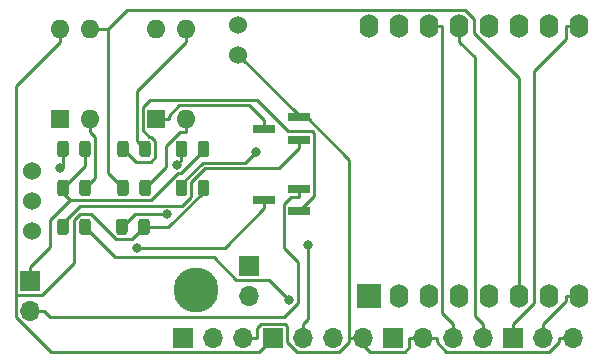
<source format=gbr>
%TF.GenerationSoftware,KiCad,Pcbnew,5.1.6-c6e7f7d~87~ubuntu18.04.1*%
%TF.CreationDate,2020-09-18T00:52:06+02:00*%
%TF.ProjectId,airpcb_smd,61697270-6362-45f7-936d-642e6b696361,rev?*%
%TF.SameCoordinates,Original*%
%TF.FileFunction,Copper,L2,Bot*%
%TF.FilePolarity,Positive*%
%FSLAX46Y46*%
G04 Gerber Fmt 4.6, Leading zero omitted, Abs format (unit mm)*
G04 Created by KiCad (PCBNEW 5.1.6-c6e7f7d~87~ubuntu18.04.1) date 2020-09-18 00:52:06*
%MOMM*%
%LPD*%
G01*
G04 APERTURE LIST*
%TA.AperFunction,ComponentPad*%
%ADD10C,3.800000*%
%TD*%
%TA.AperFunction,ComponentPad*%
%ADD11C,1.524000*%
%TD*%
%TA.AperFunction,ComponentPad*%
%ADD12O,1.600000X2.000000*%
%TD*%
%TA.AperFunction,ComponentPad*%
%ADD13R,2.000000X2.000000*%
%TD*%
%TA.AperFunction,ComponentPad*%
%ADD14R,1.700000X1.700000*%
%TD*%
%TA.AperFunction,ComponentPad*%
%ADD15O,1.700000X1.700000*%
%TD*%
%TA.AperFunction,SMDPad,CuDef*%
%ADD16R,1.900000X0.800000*%
%TD*%
%TA.AperFunction,ComponentPad*%
%ADD17R,1.600000X1.600000*%
%TD*%
%TA.AperFunction,ComponentPad*%
%ADD18O,1.600000X1.600000*%
%TD*%
%TA.AperFunction,ViaPad*%
%ADD19C,0.800000*%
%TD*%
%TA.AperFunction,Conductor*%
%ADD20C,0.250000*%
%TD*%
G04 APERTURE END LIST*
D10*
%TO.P,M1,1*%
%TO.N,N/C*%
X66675000Y-38100000D03*
%TD*%
D11*
%TO.P,J11,5*%
%TO.N,GND*%
X70198000Y-18194000D03*
%TO.P,J11,4*%
%TO.N,5V*%
X70198000Y-15654000D03*
%TO.P,J11,3*%
%TO.N,Net-(J11-Pad3)*%
X52738000Y-28034000D03*
%TO.P,J11,2*%
%TO.N,B*%
X52738000Y-30574000D03*
%TO.P,J11,1*%
%TO.N,Net-(J11-Pad1)*%
X52738000Y-33114000D03*
%TD*%
D12*
%TO.P,U3,16*%
%TO.N,ESP_TX*%
X81280000Y-15748000D03*
%TO.P,U3,15*%
%TO.N,ESP_RX*%
X83820000Y-15748000D03*
%TO.P,U3,14*%
%TO.N,SCL*%
X86360000Y-15748000D03*
%TO.P,U3,13*%
%TO.N,SDA*%
X88900000Y-15748000D03*
%TO.P,U3,12*%
%TO.N,D3*%
X91440000Y-15748000D03*
%TO.P,U3,11*%
%TO.N,D4*%
X93980000Y-15748000D03*
%TO.P,U3,10*%
%TO.N,GND*%
X96520000Y-15748000D03*
%TO.P,U3,9*%
%TO.N,5V*%
X99060000Y-15748000D03*
%TO.P,U3,8*%
%TO.N,3V3*%
X99060000Y-38608000D03*
%TO.P,U3,7*%
%TO.N,D8*%
X96520000Y-38608000D03*
%TO.P,U3,6*%
%TO.N,D7*%
X93980000Y-38608000D03*
%TO.P,U3,5*%
%TO.N,D6*%
X91440000Y-38608000D03*
%TO.P,U3,4*%
%TO.N,D5*%
X88900000Y-38608000D03*
%TO.P,U3,3*%
%TO.N,D0*%
X86360000Y-38608000D03*
D13*
%TO.P,U3,1*%
%TO.N,RST*%
X81280000Y-38608000D03*
D12*
%TO.P,U3,2*%
%TO.N,A0*%
X83820000Y-38608000D03*
%TD*%
D14*
%TO.P,J1,1*%
%TO.N,3V3*%
X83312000Y-42164000D03*
D15*
%TO.P,J1,2*%
%TO.N,GND*%
X85852000Y-42164000D03*
%TO.P,J1,3*%
%TO.N,SCL*%
X88392000Y-42164000D03*
%TO.P,J1,4*%
%TO.N,SDA*%
X90932000Y-42164000D03*
%TD*%
%TO.P,J2,4*%
%TO.N,GND*%
X80772000Y-42164000D03*
%TO.P,J2,3*%
%TO.N,Net-(J2-Pad3)*%
X78232000Y-42164000D03*
%TO.P,J2,2*%
%TO.N,D3*%
X75692000Y-42164000D03*
D14*
%TO.P,J2,1*%
%TO.N,3V3*%
X73152000Y-42164000D03*
%TD*%
%TO.P,J3,1*%
%TO.N,Net-(D5-Pad1)*%
X71120000Y-36068000D03*
D15*
%TO.P,J3,2*%
%TO.N,Net-(J11-Pad3)*%
X71120000Y-38608000D03*
%TD*%
%TO.P,J4,2*%
%TO.N,B*%
X52578000Y-39878000D03*
D14*
%TO.P,J4,1*%
%TO.N,A*%
X52578000Y-37338000D03*
%TD*%
%TO.P,J7,1*%
%TO.N,5V*%
X93472000Y-42164000D03*
D15*
%TO.P,J7,2*%
%TO.N,3V3*%
X96012000Y-42164000D03*
%TO.P,J7,3*%
%TO.N,GND*%
X98552000Y-42164000D03*
%TD*%
%TO.P,J8,3*%
%TO.N,GND*%
X70612000Y-42164000D03*
%TO.P,J8,2*%
%TO.N,D4*%
X68072000Y-42164000D03*
D14*
%TO.P,J8,1*%
%TO.N,5V*%
X65532000Y-42164000D03*
%TD*%
D16*
%TO.P,Q1,3*%
%TO.N,Net-(Q1-Pad3)*%
X72390000Y-24450000D03*
%TO.P,Q1,2*%
%TO.N,Net-(Q1-Pad2)*%
X75390000Y-25400000D03*
%TO.P,Q1,1*%
%TO.N,GND*%
X75390000Y-23500000D03*
%TD*%
%TO.P,Q2,1*%
%TO.N,B*%
X75390000Y-29530000D03*
%TO.P,Q2,2*%
%TO.N,Net-(Q2-Pad2)*%
X75390000Y-31430000D03*
%TO.P,Q2,3*%
%TO.N,Net-(D3-Pad2)*%
X72390000Y-30480000D03*
%TD*%
%TO.P,R1,2*%
%TO.N,D8*%
%TA.AperFunction,SMDPad,CuDef*%
G36*
G01*
X56759500Y-33222250D02*
X56759500Y-32309750D01*
G75*
G02*
X57003250Y-32066000I243750J0D01*
G01*
X57490750Y-32066000D01*
G75*
G02*
X57734500Y-32309750I0J-243750D01*
G01*
X57734500Y-33222250D01*
G75*
G02*
X57490750Y-33466000I-243750J0D01*
G01*
X57003250Y-33466000D01*
G75*
G02*
X56759500Y-33222250I0J243750D01*
G01*
G37*
%TD.AperFunction*%
%TO.P,R1,1*%
%TO.N,Net-(Q1-Pad2)*%
%TA.AperFunction,SMDPad,CuDef*%
G36*
G01*
X54884500Y-33222250D02*
X54884500Y-32309750D01*
G75*
G02*
X55128250Y-32066000I243750J0D01*
G01*
X55615750Y-32066000D01*
G75*
G02*
X55859500Y-32309750I0J-243750D01*
G01*
X55859500Y-33222250D01*
G75*
G02*
X55615750Y-33466000I-243750J0D01*
G01*
X55128250Y-33466000D01*
G75*
G02*
X54884500Y-33222250I0J243750D01*
G01*
G37*
%TD.AperFunction*%
%TD*%
%TO.P,R2,1*%
%TO.N,A*%
%TA.AperFunction,SMDPad,CuDef*%
G36*
G01*
X54884500Y-29920250D02*
X54884500Y-29007750D01*
G75*
G02*
X55128250Y-28764000I243750J0D01*
G01*
X55615750Y-28764000D01*
G75*
G02*
X55859500Y-29007750I0J-243750D01*
G01*
X55859500Y-29920250D01*
G75*
G02*
X55615750Y-30164000I-243750J0D01*
G01*
X55128250Y-30164000D01*
G75*
G02*
X54884500Y-29920250I0J243750D01*
G01*
G37*
%TD.AperFunction*%
%TO.P,R2,2*%
%TO.N,Net-(D1-Pad1)*%
%TA.AperFunction,SMDPad,CuDef*%
G36*
G01*
X56759500Y-29920250D02*
X56759500Y-29007750D01*
G75*
G02*
X57003250Y-28764000I243750J0D01*
G01*
X57490750Y-28764000D01*
G75*
G02*
X57734500Y-29007750I0J-243750D01*
G01*
X57734500Y-29920250D01*
G75*
G02*
X57490750Y-30164000I-243750J0D01*
G01*
X57003250Y-30164000D01*
G75*
G02*
X56759500Y-29920250I0J243750D01*
G01*
G37*
%TD.AperFunction*%
%TD*%
%TO.P,R3,1*%
%TO.N,Net-(D2-Pad2)*%
%TA.AperFunction,SMDPad,CuDef*%
G36*
G01*
X54884500Y-26618250D02*
X54884500Y-25705750D01*
G75*
G02*
X55128250Y-25462000I243750J0D01*
G01*
X55615750Y-25462000D01*
G75*
G02*
X55859500Y-25705750I0J-243750D01*
G01*
X55859500Y-26618250D01*
G75*
G02*
X55615750Y-26862000I-243750J0D01*
G01*
X55128250Y-26862000D01*
G75*
G02*
X54884500Y-26618250I0J243750D01*
G01*
G37*
%TD.AperFunction*%
%TO.P,R3,2*%
%TO.N,A*%
%TA.AperFunction,SMDPad,CuDef*%
G36*
G01*
X56759500Y-26618250D02*
X56759500Y-25705750D01*
G75*
G02*
X57003250Y-25462000I243750J0D01*
G01*
X57490750Y-25462000D01*
G75*
G02*
X57734500Y-25705750I0J-243750D01*
G01*
X57734500Y-26618250D01*
G75*
G02*
X57490750Y-26862000I-243750J0D01*
G01*
X57003250Y-26862000D01*
G75*
G02*
X56759500Y-26618250I0J243750D01*
G01*
G37*
%TD.AperFunction*%
%TD*%
%TO.P,R4,2*%
%TO.N,3V3*%
%TA.AperFunction,SMDPad,CuDef*%
G36*
G01*
X61742500Y-33222250D02*
X61742500Y-32309750D01*
G75*
G02*
X61986250Y-32066000I243750J0D01*
G01*
X62473750Y-32066000D01*
G75*
G02*
X62717500Y-32309750I0J-243750D01*
G01*
X62717500Y-33222250D01*
G75*
G02*
X62473750Y-33466000I-243750J0D01*
G01*
X61986250Y-33466000D01*
G75*
G02*
X61742500Y-33222250I0J243750D01*
G01*
G37*
%TD.AperFunction*%
%TO.P,R4,1*%
%TO.N,Net-(Q1-Pad3)*%
%TA.AperFunction,SMDPad,CuDef*%
G36*
G01*
X59867500Y-33222250D02*
X59867500Y-32309750D01*
G75*
G02*
X60111250Y-32066000I243750J0D01*
G01*
X60598750Y-32066000D01*
G75*
G02*
X60842500Y-32309750I0J-243750D01*
G01*
X60842500Y-33222250D01*
G75*
G02*
X60598750Y-33466000I-243750J0D01*
G01*
X60111250Y-33466000D01*
G75*
G02*
X59867500Y-33222250I0J243750D01*
G01*
G37*
%TD.AperFunction*%
%TD*%
%TO.P,R5,2*%
%TO.N,GND*%
%TA.AperFunction,SMDPad,CuDef*%
G36*
G01*
X61839500Y-29920250D02*
X61839500Y-29007750D01*
G75*
G02*
X62083250Y-28764000I243750J0D01*
G01*
X62570750Y-28764000D01*
G75*
G02*
X62814500Y-29007750I0J-243750D01*
G01*
X62814500Y-29920250D01*
G75*
G02*
X62570750Y-30164000I-243750J0D01*
G01*
X62083250Y-30164000D01*
G75*
G02*
X61839500Y-29920250I0J243750D01*
G01*
G37*
%TD.AperFunction*%
%TO.P,R5,1*%
%TO.N,D7*%
%TA.AperFunction,SMDPad,CuDef*%
G36*
G01*
X59964500Y-29920250D02*
X59964500Y-29007750D01*
G75*
G02*
X60208250Y-28764000I243750J0D01*
G01*
X60695750Y-28764000D01*
G75*
G02*
X60939500Y-29007750I0J-243750D01*
G01*
X60939500Y-29920250D01*
G75*
G02*
X60695750Y-30164000I-243750J0D01*
G01*
X60208250Y-30164000D01*
G75*
G02*
X59964500Y-29920250I0J243750D01*
G01*
G37*
%TD.AperFunction*%
%TD*%
%TO.P,R6,1*%
%TO.N,Net-(Q2-Pad2)*%
%TA.AperFunction,SMDPad,CuDef*%
G36*
G01*
X59964500Y-26618250D02*
X59964500Y-25705750D01*
G75*
G02*
X60208250Y-25462000I243750J0D01*
G01*
X60695750Y-25462000D01*
G75*
G02*
X60939500Y-25705750I0J-243750D01*
G01*
X60939500Y-26618250D01*
G75*
G02*
X60695750Y-26862000I-243750J0D01*
G01*
X60208250Y-26862000D01*
G75*
G02*
X59964500Y-26618250I0J243750D01*
G01*
G37*
%TD.AperFunction*%
%TO.P,R6,2*%
%TO.N,Net-(R6-Pad2)*%
%TA.AperFunction,SMDPad,CuDef*%
G36*
G01*
X61839500Y-26618250D02*
X61839500Y-25705750D01*
G75*
G02*
X62083250Y-25462000I243750J0D01*
G01*
X62570750Y-25462000D01*
G75*
G02*
X62814500Y-25705750I0J-243750D01*
G01*
X62814500Y-26618250D01*
G75*
G02*
X62570750Y-26862000I-243750J0D01*
G01*
X62083250Y-26862000D01*
G75*
G02*
X61839500Y-26618250I0J243750D01*
G01*
G37*
%TD.AperFunction*%
%TD*%
%TO.P,R7,1*%
%TO.N,D3*%
%TA.AperFunction,SMDPad,CuDef*%
G36*
G01*
X64917500Y-29920250D02*
X64917500Y-29007750D01*
G75*
G02*
X65161250Y-28764000I243750J0D01*
G01*
X65648750Y-28764000D01*
G75*
G02*
X65892500Y-29007750I0J-243750D01*
G01*
X65892500Y-29920250D01*
G75*
G02*
X65648750Y-30164000I-243750J0D01*
G01*
X65161250Y-30164000D01*
G75*
G02*
X64917500Y-29920250I0J243750D01*
G01*
G37*
%TD.AperFunction*%
%TO.P,R7,2*%
%TO.N,3V3*%
%TA.AperFunction,SMDPad,CuDef*%
G36*
G01*
X66792500Y-29920250D02*
X66792500Y-29007750D01*
G75*
G02*
X67036250Y-28764000I243750J0D01*
G01*
X67523750Y-28764000D01*
G75*
G02*
X67767500Y-29007750I0J-243750D01*
G01*
X67767500Y-29920250D01*
G75*
G02*
X67523750Y-30164000I-243750J0D01*
G01*
X67036250Y-30164000D01*
G75*
G02*
X66792500Y-29920250I0J243750D01*
G01*
G37*
%TD.AperFunction*%
%TD*%
%TO.P,R8,2*%
%TO.N,A*%
%TA.AperFunction,SMDPad,CuDef*%
G36*
G01*
X66792500Y-26618250D02*
X66792500Y-25705750D01*
G75*
G02*
X67036250Y-25462000I243750J0D01*
G01*
X67523750Y-25462000D01*
G75*
G02*
X67767500Y-25705750I0J-243750D01*
G01*
X67767500Y-26618250D01*
G75*
G02*
X67523750Y-26862000I-243750J0D01*
G01*
X67036250Y-26862000D01*
G75*
G02*
X66792500Y-26618250I0J243750D01*
G01*
G37*
%TD.AperFunction*%
%TO.P,R8,1*%
%TO.N,Net-(D5-Pad2)*%
%TA.AperFunction,SMDPad,CuDef*%
G36*
G01*
X64917500Y-26618250D02*
X64917500Y-25705750D01*
G75*
G02*
X65161250Y-25462000I243750J0D01*
G01*
X65648750Y-25462000D01*
G75*
G02*
X65892500Y-25705750I0J-243750D01*
G01*
X65892500Y-26618250D01*
G75*
G02*
X65648750Y-26862000I-243750J0D01*
G01*
X65161250Y-26862000D01*
G75*
G02*
X64917500Y-26618250I0J243750D01*
G01*
G37*
%TD.AperFunction*%
%TD*%
D17*
%TO.P,U1,1*%
%TO.N,Net-(D2-Pad1)*%
X55118000Y-23622000D03*
D18*
%TO.P,U1,3*%
%TO.N,D7*%
X57658000Y-16002000D03*
%TO.P,U1,2*%
%TO.N,Net-(D1-Pad1)*%
X57658000Y-23622000D03*
%TO.P,U1,4*%
%TO.N,3V3*%
X55118000Y-16002000D03*
%TD*%
%TO.P,U2,4*%
%TO.N,Net-(D3-Pad1)*%
X63246000Y-16002000D03*
%TO.P,U2,2*%
%TO.N,GND*%
X65786000Y-23622000D03*
%TO.P,U2,3*%
%TO.N,Net-(R6-Pad2)*%
X65786000Y-16002000D03*
D17*
%TO.P,U2,1*%
%TO.N,Net-(Q1-Pad3)*%
X63246000Y-23622000D03*
%TD*%
D19*
%TO.N,Net-(D2-Pad2)*%
X55133700Y-27813000D03*
%TO.N,Net-(D3-Pad2)*%
X61619200Y-34539300D03*
%TO.N,Net-(D5-Pad2)*%
X65045200Y-27489800D03*
%TO.N,D3*%
X71739700Y-26440000D03*
X76081100Y-34288000D03*
%TO.N,D8*%
X74524400Y-38940700D03*
%TO.N,Net-(Q1-Pad3)*%
X64224700Y-31686000D03*
%TD*%
D20*
%TO.N,B*%
X75390000Y-30255300D02*
X74664700Y-30255300D01*
X74664700Y-30255300D02*
X74114600Y-30805400D01*
X74114600Y-30805400D02*
X74114600Y-34548200D01*
X74114600Y-34548200D02*
X75279100Y-35712700D01*
X75279100Y-35712700D02*
X75279100Y-39212300D01*
X75279100Y-39212300D02*
X74126600Y-40364800D01*
X74126600Y-40364800D02*
X54240100Y-40364800D01*
X54240100Y-40364800D02*
X53753300Y-39878000D01*
X75390000Y-29530000D02*
X75390000Y-30255300D01*
X52578000Y-39878000D02*
X53753300Y-39878000D01*
%TO.N,Net-(D1-Pad1)*%
X57658000Y-23622000D02*
X57658000Y-24747300D01*
X57658000Y-24747300D02*
X58061500Y-25150800D01*
X58061500Y-25150800D02*
X58061500Y-28649500D01*
X58061500Y-28649500D02*
X57247000Y-29464000D01*
%TO.N,Net-(D2-Pad2)*%
X55372000Y-26162000D02*
X55372000Y-27574700D01*
X55372000Y-27574700D02*
X55133700Y-27813000D01*
%TO.N,Net-(D3-Pad2)*%
X61619200Y-34539300D02*
X69056000Y-34539300D01*
X69056000Y-34539300D02*
X72390000Y-31205300D01*
X72390000Y-30480000D02*
X72390000Y-31205300D01*
%TO.N,A*%
X52578000Y-37338000D02*
X52578000Y-36162700D01*
X55955900Y-30507100D02*
X54245500Y-32217500D01*
X54245500Y-32217500D02*
X54245500Y-34495200D01*
X54245500Y-34495200D02*
X52578000Y-36162700D01*
X67280000Y-26162000D02*
X67280000Y-26280800D01*
X67280000Y-26280800D02*
X65345700Y-28215100D01*
X65345700Y-28215100D02*
X65148900Y-28215100D01*
X65148900Y-28215100D02*
X62856900Y-30507100D01*
X62856900Y-30507100D02*
X55955900Y-30507100D01*
X55372000Y-29464000D02*
X55372000Y-29923200D01*
X55372000Y-29923200D02*
X55955900Y-30507100D01*
X57247000Y-26162000D02*
X57247000Y-27589000D01*
X57247000Y-27589000D02*
X55372000Y-29464000D01*
%TO.N,Net-(D5-Pad2)*%
X65405000Y-26162000D02*
X65405000Y-27130000D01*
X65405000Y-27130000D02*
X65045200Y-27489800D01*
%TO.N,3V3*%
X51386000Y-38519600D02*
X51386000Y-20859300D01*
X51386000Y-20859300D02*
X55118000Y-17127300D01*
X73152000Y-42164000D02*
X71967100Y-43348900D01*
X71967100Y-43348900D02*
X54353400Y-43348900D01*
X54353400Y-43348900D02*
X51386000Y-40381500D01*
X51386000Y-40381500D02*
X51386000Y-38519600D01*
X51386000Y-38519600D02*
X53570200Y-38519600D01*
X53570200Y-38519600D02*
X56309500Y-35780300D01*
X56309500Y-35780300D02*
X56309500Y-32183800D01*
X56309500Y-32183800D02*
X56781900Y-31711400D01*
X56781900Y-31711400D02*
X57767100Y-31711400D01*
X57767100Y-31711400D02*
X59848000Y-33792300D01*
X59848000Y-33792300D02*
X61203700Y-33792300D01*
X61203700Y-33792300D02*
X62230000Y-32766000D01*
X67280000Y-29464000D02*
X67280000Y-29793600D01*
X67280000Y-29793600D02*
X64307700Y-32765900D01*
X64307700Y-32765900D02*
X62230000Y-32765900D01*
X62230000Y-32765900D02*
X62230000Y-32766000D01*
X55118000Y-16002000D02*
X55118000Y-17127300D01*
X99060000Y-38608000D02*
X97934700Y-38608000D01*
X96012000Y-42164000D02*
X96012000Y-40988700D01*
X96012000Y-40988700D02*
X97934700Y-39066000D01*
X97934700Y-39066000D02*
X97934700Y-38608000D01*
%TO.N,GND*%
X85852000Y-42164000D02*
X84676700Y-42164000D01*
X80184400Y-42164000D02*
X81359700Y-43339300D01*
X81359700Y-43339300D02*
X84309500Y-43339300D01*
X84309500Y-43339300D02*
X84676700Y-42972100D01*
X84676700Y-42972100D02*
X84676700Y-42164000D01*
X80184400Y-42164000D02*
X79596700Y-42164000D01*
X80772000Y-42164000D02*
X80184400Y-42164000D01*
X79596700Y-42164000D02*
X79596700Y-27090000D01*
X79596700Y-27090000D02*
X75916000Y-23409300D01*
X75916000Y-23409300D02*
X75390000Y-23409300D01*
X75390000Y-23409300D02*
X75390000Y-23318600D01*
X75390000Y-23500000D02*
X75390000Y-23409300D01*
X62327000Y-29464000D02*
X64065400Y-27725600D01*
X64065400Y-27725600D02*
X64065400Y-25928500D01*
X64065400Y-25928500D02*
X65246600Y-24747300D01*
X65246600Y-24747300D02*
X65786000Y-24747300D01*
X70198000Y-18194000D02*
X75322600Y-23318600D01*
X75322600Y-23318600D02*
X75390000Y-23318600D01*
X85852000Y-42164000D02*
X87027300Y-42164000D01*
X98552000Y-42164000D02*
X97376700Y-42164000D01*
X97376700Y-42164000D02*
X97376700Y-42531300D01*
X97376700Y-42531300D02*
X96568700Y-43339300D01*
X96568700Y-43339300D02*
X87835200Y-43339300D01*
X87835200Y-43339300D02*
X87027300Y-42531400D01*
X87027300Y-42531400D02*
X87027300Y-42164000D01*
X70612000Y-42164000D02*
X71787300Y-42164000D01*
X71787300Y-42164000D02*
X71787300Y-41356000D01*
X71787300Y-41356000D02*
X72154700Y-40988600D01*
X72154700Y-40988600D02*
X74183100Y-40988600D01*
X74183100Y-40988600D02*
X74327400Y-41132900D01*
X74327400Y-41132900D02*
X74327400Y-42512000D01*
X74327400Y-42512000D02*
X75154700Y-43339300D01*
X75154700Y-43339300D02*
X78788800Y-43339300D01*
X78788800Y-43339300D02*
X79596700Y-42531400D01*
X79596700Y-42531400D02*
X79596700Y-42164000D01*
X65786000Y-23622000D02*
X65786000Y-24747300D01*
%TO.N,SCL*%
X86360000Y-15748000D02*
X87485300Y-15748000D01*
X88392000Y-42164000D02*
X88392000Y-40988700D01*
X88392000Y-40988700D02*
X87485300Y-40082000D01*
X87485300Y-40082000D02*
X87485300Y-15748000D01*
%TO.N,SDA*%
X88900000Y-15748000D02*
X88900000Y-17073300D01*
X88900000Y-17073300D02*
X90221600Y-18394900D01*
X90221600Y-18394900D02*
X90221600Y-40278300D01*
X90221600Y-40278300D02*
X90932000Y-40988700D01*
X90932000Y-42164000D02*
X90932000Y-40988700D01*
%TO.N,5V*%
X99060000Y-15748000D02*
X97934700Y-15748000D01*
X93472000Y-42164000D02*
X93472000Y-40988700D01*
X93472000Y-40988700D02*
X95250000Y-39210700D01*
X95250000Y-39210700D02*
X95250000Y-19558000D01*
X95250000Y-19558000D02*
X97934700Y-16873300D01*
X97934700Y-16873300D02*
X97934700Y-15748000D01*
%TO.N,D3*%
X65405000Y-29464000D02*
X65405000Y-29167400D01*
X65405000Y-29167400D02*
X67212700Y-27359700D01*
X67212700Y-27359700D02*
X70820000Y-27359700D01*
X70820000Y-27359700D02*
X71739700Y-26440000D01*
X75692000Y-42164000D02*
X75692000Y-40988700D01*
X76081100Y-34288000D02*
X76081100Y-40599600D01*
X76081100Y-40599600D02*
X75692000Y-40988700D01*
%TO.N,D7*%
X59184400Y-16002000D02*
X59184400Y-28196400D01*
X59184400Y-28196400D02*
X60452000Y-29464000D01*
X93980000Y-38608000D02*
X93980000Y-20119600D01*
X93980000Y-20119600D02*
X90170000Y-16309600D01*
X90170000Y-16309600D02*
X90170000Y-15159700D01*
X90170000Y-15159700D02*
X89422300Y-14412000D01*
X89422300Y-14412000D02*
X60774400Y-14412000D01*
X60774400Y-14412000D02*
X59184400Y-16002000D01*
X58783300Y-16002000D02*
X59184400Y-16002000D01*
X57658000Y-16002000D02*
X58783300Y-16002000D01*
%TO.N,D8*%
X74524400Y-38940700D02*
X72827100Y-37243400D01*
X72827100Y-37243400D02*
X70027700Y-37243400D01*
X70027700Y-37243400D02*
X68127500Y-35343200D01*
X68127500Y-35343200D02*
X59824200Y-35343200D01*
X59824200Y-35343200D02*
X57247000Y-32766000D01*
%TO.N,Net-(Q1-Pad2)*%
X55372000Y-32766000D02*
X55372000Y-32434100D01*
X55372000Y-32434100D02*
X56848600Y-30957500D01*
X56848600Y-30957500D02*
X65479200Y-30957500D01*
X65479200Y-30957500D02*
X66218800Y-30217900D01*
X66218800Y-30217900D02*
X66218800Y-28990500D01*
X66218800Y-28990500D02*
X67399200Y-27810100D01*
X67399200Y-27810100D02*
X73705200Y-27810100D01*
X73705200Y-27810100D02*
X75390000Y-26125300D01*
X75390000Y-25400000D02*
X75390000Y-26125300D01*
%TO.N,Net-(Q1-Pad3)*%
X60355000Y-32766000D02*
X61434900Y-31686100D01*
X61434900Y-31686100D02*
X64224700Y-31686100D01*
X64224700Y-31686100D02*
X64224700Y-31686000D01*
X64371300Y-23622000D02*
X64371300Y-23340700D01*
X64371300Y-23340700D02*
X65231200Y-22480800D01*
X65231200Y-22480800D02*
X71146100Y-22480800D01*
X71146100Y-22480800D02*
X72390000Y-23724700D01*
X72390000Y-24450000D02*
X72390000Y-23724700D01*
X63246000Y-23622000D02*
X64371300Y-23622000D01*
%TO.N,Net-(Q2-Pad2)*%
X75390000Y-31430000D02*
X76666300Y-30153700D01*
X76666300Y-30153700D02*
X76666300Y-24805500D01*
X76666300Y-24805500D02*
X76490200Y-24629400D01*
X76490200Y-24629400D02*
X74401000Y-24629400D01*
X74401000Y-24629400D02*
X71767300Y-21995700D01*
X71767300Y-21995700D02*
X62748100Y-21995700D01*
X62748100Y-21995700D02*
X62120600Y-22623200D01*
X62120600Y-22623200D02*
X62120600Y-24583700D01*
X62120600Y-24583700D02*
X62672600Y-25135700D01*
X62672600Y-25135700D02*
X62856800Y-25135700D01*
X62856800Y-25135700D02*
X63185100Y-25464000D01*
X63185100Y-25464000D02*
X63185100Y-26868500D01*
X63185100Y-26868500D02*
X62817000Y-27236600D01*
X62817000Y-27236600D02*
X61526600Y-27236600D01*
X61526600Y-27236600D02*
X60452000Y-26162000D01*
%TO.N,Net-(R6-Pad2)*%
X65786000Y-16002000D02*
X65786000Y-17127300D01*
X65786000Y-17127300D02*
X61661900Y-21251400D01*
X61661900Y-21251400D02*
X61661900Y-25496900D01*
X61661900Y-25496900D02*
X62327000Y-26162000D01*
%TD*%
M02*

</source>
